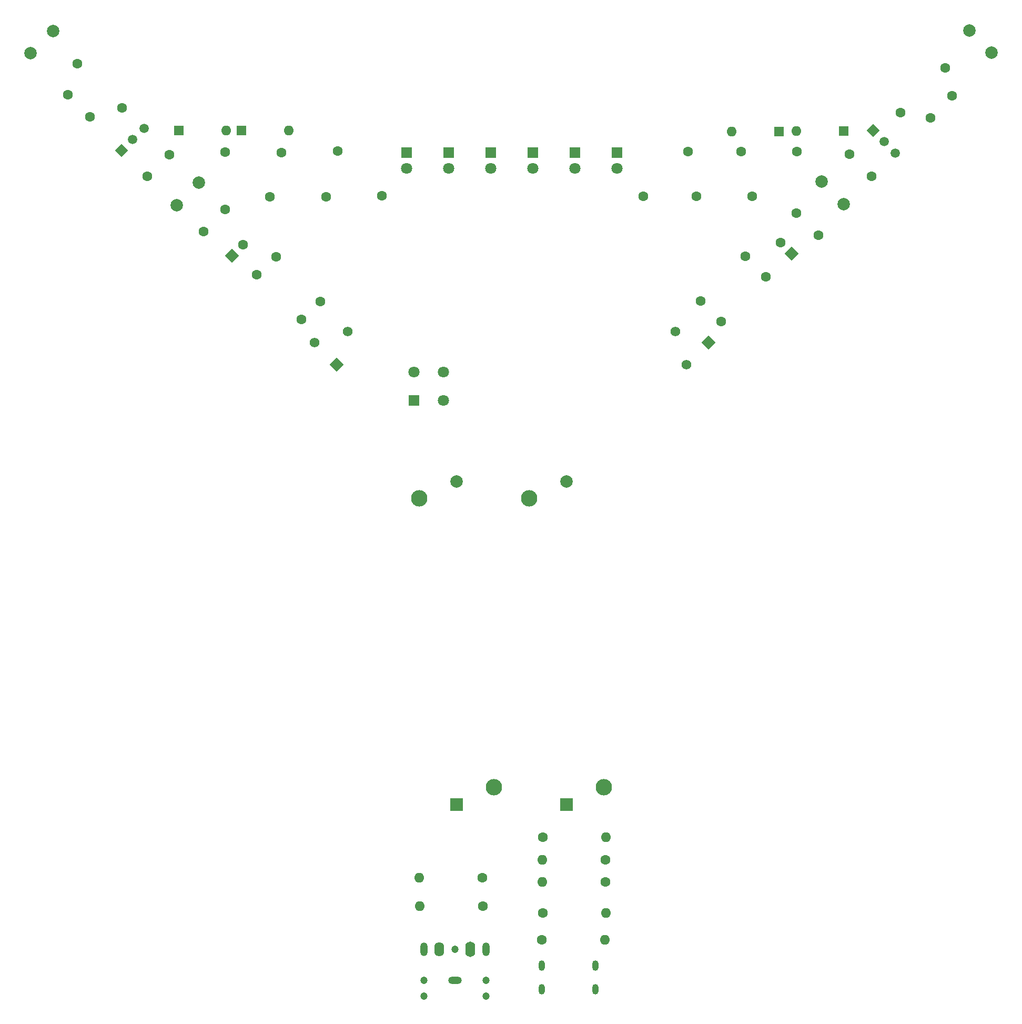
<source format=gbr>
%TF.GenerationSoftware,KiCad,Pcbnew,8.0.7*%
%TF.CreationDate,2025-02-10T18:12:50+08:00*%
%TF.ProjectId,bb-0.4,62622d30-2e34-42e6-9b69-6361645f7063,rev?*%
%TF.SameCoordinates,Original*%
%TF.FileFunction,Soldermask,Bot*%
%TF.FilePolarity,Negative*%
%FSLAX46Y46*%
G04 Gerber Fmt 4.6, Leading zero omitted, Abs format (unit mm)*
G04 Created by KiCad (PCBNEW 8.0.7) date 2025-02-10 18:12:50*
%MOMM*%
%LPD*%
G01*
G04 APERTURE LIST*
G04 Aperture macros list*
%AMHorizOval*
0 Thick line with rounded ends*
0 $1 width*
0 $2 $3 position (X,Y) of the first rounded end (center of the circle)*
0 $4 $5 position (X,Y) of the second rounded end (center of the circle)*
0 Add line between two ends*
20,1,$1,$2,$3,$4,$5,0*
0 Add two circle primitives to create the rounded ends*
1,1,$1,$2,$3*
1,1,$1,$4,$5*%
%AMRotRect*
0 Rectangle, with rotation*
0 The origin of the aperture is its center*
0 $1 length*
0 $2 width*
0 $3 Rotation angle, in degrees counterclockwise*
0 Add horizontal line*
21,1,$1,$2,0,0,$3*%
G04 Aperture macros list end*
%ADD10RotRect,1.500000X1.500000X45.000000*%
%ADD11C,1.500000*%
%ADD12RotRect,1.500000X1.500000X315.000000*%
%ADD13R,1.800000X1.800000*%
%ADD14C,1.800000*%
%ADD15C,1.600000*%
%ADD16O,1.600000X1.600000*%
%ADD17O,1.000000X1.700000*%
%ADD18R,1.600000X1.600000*%
%ADD19HorizOval,1.600000X0.000000X0.000000X0.000000X0.000000X0*%
%ADD20HorizOval,1.600000X0.000000X0.000000X0.000000X0.000000X0*%
%ADD21HorizOval,1.600000X0.000000X0.000000X0.000000X0.000000X0*%
%ADD22RotRect,1.600000X1.600000X135.000000*%
%ADD23RotRect,1.560000X1.560000X135.000000*%
%ADD24C,1.560000*%
%ADD25C,2.000000*%
%ADD26HorizOval,1.600000X0.000000X0.000000X0.000000X0.000000X0*%
%ADD27RotRect,1.560000X1.560000X225.000000*%
%ADD28RotRect,1.600000X1.600000X45.000000*%
%ADD29O,1.600000X2.500000*%
%ADD30O,1.200000X2.200000*%
%ADD31O,2.200000X1.200000*%
%ADD32O,1.600000X2.300000*%
%ADD33C,1.200000*%
%ADD34C,2.640000*%
%ADD35R,2.000000X2.000000*%
G04 APERTURE END LIST*
D10*
%TO.C,Q1*%
X44658507Y-53450610D03*
D11*
X46454558Y-51654559D03*
X48250609Y-49858508D03*
%TD*%
D12*
%TO.C,Q2*%
X165607898Y-50207898D03*
D11*
X167403949Y-52003949D03*
X169200000Y-53800000D03*
%TD*%
D13*
%TO.C,SW1*%
X91700000Y-93600000D03*
D14*
X91700000Y-89100000D03*
X96500000Y-93600000D03*
X96500000Y-89100000D03*
%TD*%
D15*
%TO.C,R19*%
X122500000Y-171110000D03*
D16*
X112340000Y-171110000D03*
%TD*%
D15*
%TO.C,R18*%
X112430000Y-163920000D03*
D16*
X122590000Y-163920000D03*
%TD*%
%TO.C,R17*%
X112379999Y-167530000D03*
D15*
X122539999Y-167530000D03*
%TD*%
D17*
%TO.C,J4*%
X120910000Y-188350000D03*
X120910000Y-184550000D03*
X112270000Y-188350000D03*
X112270000Y-184550000D03*
%TD*%
D15*
%TO.C,C4*%
X57832233Y-66467767D03*
X61367767Y-62932233D03*
%TD*%
D18*
%TO.C,D3*%
X160900000Y-50300000D03*
D16*
X153280000Y-50300000D03*
%TD*%
D15*
%TO.C,R15*%
X144392103Y-53557898D03*
D19*
X137207898Y-60742103D03*
%TD*%
D15*
%TO.C,R16*%
X153342103Y-53600000D03*
D19*
X146157898Y-60784205D03*
%TD*%
D15*
%TO.C,R12*%
X70361846Y-53715795D03*
D20*
X77546051Y-60900000D03*
%TD*%
D13*
%TO.C,D6*%
X97303673Y-53760000D03*
D14*
X97303673Y-56300000D03*
%TD*%
D18*
%TO.C,D2*%
X63990001Y-50200000D03*
D16*
X71610001Y-50200000D03*
%TD*%
D15*
%TO.C,R10*%
X112425000Y-176125000D03*
D16*
X122585000Y-176125000D03*
%TD*%
D15*
%TO.C,R13*%
X79415794Y-53515795D03*
D20*
X86599999Y-60700000D03*
%TD*%
D15*
%TO.C,R1*%
X73600000Y-80600000D03*
D21*
X66415795Y-73415795D03*
%TD*%
D15*
%TO.C,R14*%
X135792103Y-53607898D03*
D19*
X128607898Y-60792103D03*
%TD*%
D15*
%TO.C,R4*%
X145082103Y-70447898D03*
D19*
X137897898Y-77632103D03*
%TD*%
D15*
%TO.C,C12*%
X153314466Y-63514466D03*
X156850000Y-67050000D03*
%TD*%
%TO.C,R7*%
X102710000Y-170420000D03*
D16*
X92550000Y-170420000D03*
%TD*%
D22*
%TO.C,C10*%
X152500000Y-70000000D03*
D15*
X150732233Y-68232233D03*
%TD*%
%TO.C,C11*%
X161832233Y-54032233D03*
X165367767Y-57567767D03*
%TD*%
D23*
%TO.C,RV1*%
X79291745Y-87835534D03*
D24*
X81059512Y-82532233D03*
X75756211Y-84300000D03*
%TD*%
D13*
%TO.C,D5*%
X90550000Y-53760000D03*
D14*
X90550000Y-56300000D03*
%TD*%
D18*
%TO.C,D4*%
X150500000Y-50400000D03*
D16*
X142880000Y-50400000D03*
%TD*%
D13*
%TO.C,D10*%
X124439775Y-53760000D03*
D14*
X124439775Y-56300000D03*
%TD*%
D15*
%TO.C,R11*%
X61307898Y-53707898D03*
D20*
X68492103Y-60892103D03*
%TD*%
D25*
%TO.C,L4*%
X157303949Y-58453949D03*
X160896051Y-62046051D03*
%TD*%
D15*
%TO.C,R3*%
X141177898Y-80962103D03*
D26*
X148362103Y-73777898D03*
%TD*%
D18*
%TO.C,D1*%
X53890000Y-50200000D03*
D16*
X61510000Y-50200000D03*
%TD*%
D15*
%TO.C,R5*%
X37507898Y-39407898D03*
D20*
X44692103Y-46592103D03*
%TD*%
D15*
%TO.C,C3*%
X52335534Y-54064466D03*
X48800000Y-57600000D03*
%TD*%
D25*
%TO.C,L1*%
X33600000Y-34200000D03*
X30007898Y-37792102D03*
%TD*%
%TO.C,L5*%
X184700000Y-37700000D03*
X181107898Y-34107898D03*
%TD*%
D16*
%TO.C,R9*%
X122465000Y-180425000D03*
D15*
X112305000Y-180425000D03*
%TD*%
%TO.C,R6*%
X177200000Y-40100000D03*
D19*
X170015795Y-47284205D03*
%TD*%
D27*
%TO.C,RV2*%
X139100000Y-84300000D03*
D24*
X133796699Y-82532233D03*
X135564466Y-87835534D03*
%TD*%
D28*
%TO.C,C2*%
X62447856Y-70352144D03*
D15*
X64215623Y-68584377D03*
%TD*%
%TO.C,C1*%
X39567767Y-47967767D03*
X36032233Y-44432233D03*
%TD*%
%TO.C,R8*%
X102840000Y-175020000D03*
D16*
X92680000Y-175020000D03*
%TD*%
D13*
%TO.C,D8*%
X110839775Y-53760000D03*
D14*
X110839775Y-56300000D03*
%TD*%
D29*
%TO.C,J2*%
X100800000Y-181940000D03*
D30*
X103300000Y-181940000D03*
D31*
X98300000Y-186940000D03*
D32*
X95800000Y-181940000D03*
D30*
X93300000Y-181940000D03*
D33*
X103300000Y-189440000D03*
X103300000Y-186940000D03*
X98300000Y-181940000D03*
X93300000Y-189440000D03*
X93300000Y-186940000D03*
%TD*%
D13*
%TO.C,D9*%
X117639775Y-53760000D03*
D14*
X117639775Y-56300000D03*
%TD*%
D13*
%TO.C,D7*%
X104057346Y-53760000D03*
D14*
X104057346Y-56300000D03*
%TD*%
D15*
%TO.C,R2*%
X69507898Y-70507898D03*
D20*
X76692103Y-77692103D03*
%TD*%
D15*
%TO.C,C8*%
X174832233Y-48167767D03*
X178367767Y-44632233D03*
%TD*%
D25*
%TO.C,L2*%
X53503949Y-62196051D03*
X57096051Y-58603949D03*
%TD*%
D34*
%TO.C,Battery2*%
X122260225Y-155900000D03*
X110270225Y-109420000D03*
D35*
X116265225Y-158650000D03*
D25*
X116265225Y-106660000D03*
%TD*%
D34*
%TO.C,Battery1*%
X104565225Y-155900000D03*
X92575225Y-109420000D03*
D35*
X98570225Y-158650000D03*
D25*
X98570225Y-106660000D03*
%TD*%
M02*

</source>
